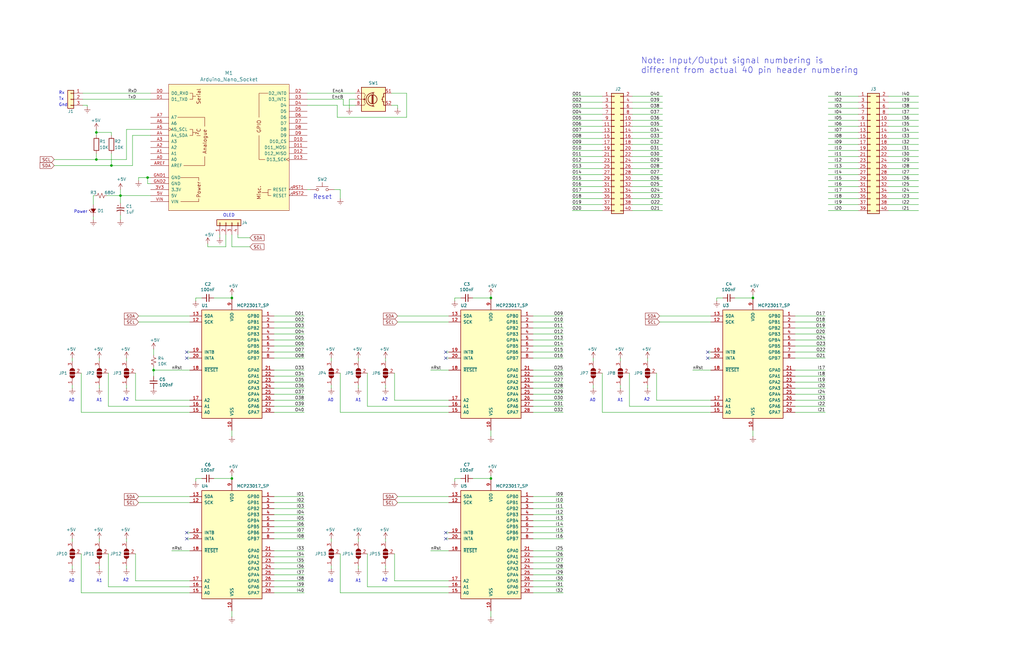
<source format=kicad_sch>
(kicad_sch (version 20231120) (generator "eeschema") (generator_version "8.0")
  (paper "B")
  (title_block (title "Nano-Mega Tester") (date "2024-08-31"))
  (junction (at 207.01 125.73))
  (junction (at 64.77 156.21))
  (junction (at 97.79 201.93))
  (junction (at 40.64 67.31))
  (junction (at 317.5 125.73))
  (junction (at 46.99 69.85))
  (junction (at 62.23 74.93))
  (junction (at 207.01 201.93))
  (junction (at 97.79 125.73))
  (junction (at 50.8 82.55))
  (junction (at 40.64 55.88))
  (no_connect (at 187.96 148.59))
  (no_connect (at 78.74 148.59))
  (no_connect (at 187.96 224.79))
  (no_connect (at 298.45 151.13))
  (no_connect (at 187.96 151.13))
  (no_connect (at 187.96 227.33))
  (no_connect (at 78.74 224.79))
  (no_connect (at 78.74 151.13))
  (no_connect (at 298.45 148.59))
  (no_connect (at 78.74 227.33))
  (wire (pts (xy 154.94 171.45) (xy 154.94 157.48)))
  (wire (pts (xy 335.28 166.37) (xy 347.98 166.37)))
  (wire (pts (xy 143.51 80.01) (xy 140.97 80.01)))
  (wire (pts (xy 187.96 151.13) (xy 189.23 151.13)))
  (wire (pts (xy 128.27 146.05) (xy 115.57 146.05)))
  (wire (pts (xy 237.49 146.05) (xy 224.79 146.05)))
  (wire (pts (xy 241.3 71.12) (xy 254 71.12)))
  (wire (pts (xy 97.79 125.73) (xy 97.79 124.46)))
  (wire (pts (xy 128.27 222.25) (xy 115.57 222.25)))
  (wire (pts (xy 115.57 166.37) (xy 128.27 166.37)))
  (wire (pts (xy 45.72 247.65) (xy 45.72 233.68)))
  (wire (pts (xy 266.7 86.36) (xy 279.4 86.36)))
  (wire (pts (xy 78.74 227.33) (xy 80.01 227.33)))
  (wire (pts (xy 85.09 201.93) (xy 82.55 201.93)))
  (wire (pts (xy 349.25 78.74) (xy 361.95 78.74)))
  (wire (pts (xy 278.13 133.35) (xy 299.72 133.35)))
  (wire (pts (xy 128.27 143.51) (xy 115.57 143.51)))
  (wire (pts (xy 45.72 171.45) (xy 45.72 157.48)))
  (wire (pts (xy 335.28 143.51) (xy 347.98 143.51)))
  (wire (pts (xy 335.28 151.13) (xy 347.98 151.13)))
  (wire (pts (xy 40.64 64.77) (xy 40.64 67.31)))
  (wire (pts (xy 349.25 58.42) (xy 361.95 58.42)))
  (wire (pts (xy 207.01 260.35) (xy 207.01 257.81)))
  (wire (pts (xy 187.96 224.79) (xy 189.23 224.79)))
  (wire (pts (xy 278.13 135.89) (xy 299.72 135.89)))
  (wire (pts (xy 46.99 57.15) (xy 46.99 55.88)))
  (wire (pts (xy 349.25 86.36) (xy 361.95 86.36)))
  (wire (pts (xy 50.8 90.805) (xy 50.8 92.71)))
  (wire (pts (xy 224.79 171.45) (xy 237.49 171.45)))
  (wire (pts (xy 349.25 88.9) (xy 361.95 88.9)))
  (wire (pts (xy 40.64 55.88) (xy 40.64 57.15)))
  (wire (pts (xy 347.98 133.35) (xy 335.28 133.35)))
  (wire (pts (xy 309.88 125.73) (xy 317.5 125.73)))
  (wire (pts (xy 224.79 163.83) (xy 237.49 163.83)))
  (wire (pts (xy 224.79 245.11) (xy 237.49 245.11)))
  (wire (pts (xy 241.3 60.96) (xy 254 60.96)))
  (wire (pts (xy 254 173.99) (xy 299.72 173.99)))
  (wire (pts (xy 194.31 201.93) (xy 191.77 201.93)))
  (wire (pts (xy 237.49 133.35) (xy 224.79 133.35)))
  (wire (pts (xy 347.98 161.29) (xy 335.28 161.29)))
  (wire (pts (xy 374.65 68.58) (xy 387.35 68.58)))
  (wire (pts (xy 53.34 227.33) (xy 53.34 228.6)))
  (wire (pts (xy 266.7 81.28) (xy 279.4 81.28)))
  (wire (pts (xy 72.39 232.41) (xy 80.01 232.41)))
  (wire (pts (xy 105.41 100.33) (xy 100.33 100.33)))
  (wire (pts (xy 374.65 83.82) (xy 387.35 83.82)))
  (wire (pts (xy 224.79 247.65) (xy 237.49 247.65)))
  (wire (pts (xy 78.74 151.13) (xy 80.01 151.13)))
  (wire (pts (xy 166.37 168.91) (xy 166.37 157.48)))
  (wire (pts (xy 241.3 45.72) (xy 254 45.72)))
  (wire (pts (xy 241.3 68.58) (xy 254 68.58)))
  (wire (pts (xy 181.61 156.21) (xy 189.23 156.21)))
  (wire (pts (xy 335.28 168.91) (xy 347.98 168.91)))
  (wire (pts (xy 64.77 149.86) (xy 64.77 147.32)))
  (wire (pts (xy 349.25 50.8) (xy 361.95 50.8)))
  (wire (pts (xy 128.27 227.33) (xy 115.57 227.33)))
  (wire (pts (xy 165.1 39.37) (xy 171.45 39.37)))
  (wire (pts (xy 58.42 212.09) (xy 80.01 212.09)))
  (wire (pts (xy 266.7 83.82) (xy 279.4 83.82)))
  (wire (pts (xy 115.57 161.29) (xy 128.27 161.29)))
  (wire (pts (xy 374.65 58.42) (xy 387.35 58.42)))
  (wire (pts (xy 374.65 73.66) (xy 387.35 73.66)))
  (wire (pts (xy 100.33 100.33) (xy 100.33 99.06)))
  (wire (pts (xy 97.79 260.35) (xy 97.79 257.81)))
  (wire (pts (xy 115.57 250.19) (xy 128.27 250.19)))
  (wire (pts (xy 128.27 148.59) (xy 115.57 148.59)))
  (wire (pts (xy 224.79 237.49) (xy 237.49 237.49)))
  (wire (pts (xy 224.79 242.57) (xy 237.49 242.57)))
  (wire (pts (xy 144.78 41.91) (xy 129.54 41.91)))
  (wire (pts (xy 181.61 232.41) (xy 189.23 232.41)))
  (wire (pts (xy 50.8 82.55) (xy 50.8 85.725)))
  (wire (pts (xy 64.77 156.21) (xy 64.77 158.75)))
  (wire (pts (xy 347.98 140.97) (xy 335.28 140.97)))
  (wire (pts (xy 40.64 54.61) (xy 40.64 55.88)))
  (wire (pts (xy 194.31 125.73) (xy 191.77 125.73)))
  (wire (pts (xy 78.74 224.79) (xy 80.01 224.79)))
  (wire (pts (xy 149.86 41.91) (xy 147.32 41.91)))
  (wire (pts (xy 335.28 173.99) (xy 347.98 173.99)))
  (wire (pts (xy 128.27 133.35) (xy 115.57 133.35)))
  (wire (pts (xy 167.64 135.89) (xy 189.23 135.89)))
  (wire (pts (xy 128.27 140.97) (xy 115.57 140.97)))
  (wire (pts (xy 237.49 212.09) (xy 224.79 212.09)))
  (wire (pts (xy 266.7 66.04) (xy 279.4 66.04)))
  (wire (pts (xy 374.65 81.28) (xy 387.35 81.28)))
  (wire (pts (xy 266.7 76.2) (xy 279.4 76.2)))
  (wire (pts (xy 349.25 83.82) (xy 361.95 83.82)))
  (wire (pts (xy 53.34 238.76) (xy 53.34 240.03)))
  (wire (pts (xy 237.49 219.71) (xy 224.79 219.71)))
  (wire (pts (xy 347.98 158.75) (xy 335.28 158.75)))
  (wire (pts (xy 128.27 151.13) (xy 115.57 151.13)))
  (wire (pts (xy 115.57 242.57) (xy 128.27 242.57)))
  (wire (pts (xy 162.56 151.13) (xy 162.56 152.4)))
  (wire (pts (xy 266.7 58.42) (xy 279.4 58.42)))
  (wire (pts (xy 261.62 151.13) (xy 261.62 152.4)))
  (wire (pts (xy 115.57 171.45) (xy 128.27 171.45)))
  (wire (pts (xy 97.79 104.14) (xy 97.79 99.06)))
  (wire (pts (xy 115.57 156.21) (xy 128.27 156.21)))
  (wire (pts (xy 55.88 57.15) (xy 63.5 57.15)))
  (wire (pts (xy 224.79 168.91) (xy 237.49 168.91)))
  (wire (pts (xy 266.7 88.9) (xy 279.4 88.9)))
  (wire (pts (xy 335.28 146.05) (xy 347.98 146.05)))
  (wire (pts (xy 241.3 55.88) (xy 254 55.88)))
  (wire (pts (xy 46.99 69.85) (xy 55.88 69.85)))
  (wire (pts (xy 57.15 245.11) (xy 80.01 245.11)))
  (wire (pts (xy 237.49 227.33) (xy 224.79 227.33)))
  (wire (pts (xy 143.51 80.01) (xy 143.51 83.82)))
  (wire (pts (xy 64.77 156.21) (xy 80.01 156.21)))
  (wire (pts (xy 292.1 156.21) (xy 299.72 156.21)))
  (wire (pts (xy 50.8 82.55) (xy 50.8 80.01)))
  (wire (pts (xy 266.7 48.26) (xy 279.4 48.26)))
  (wire (pts (xy 241.3 50.8) (xy 254 50.8)))
  (wire (pts (xy 63.5 82.55) (xy 50.8 82.55)))
  (wire (pts (xy 302.26 125.73) (xy 302.26 127)))
  (wire (pts (xy 250.19 151.13) (xy 250.19 152.4)))
  (wire (pts (xy 266.7 78.74) (xy 279.4 78.74)))
  (wire (pts (xy 34.29 250.19) (xy 80.01 250.19)))
  (wire (pts (xy 85.09 125.73) (xy 82.55 125.73)))
  (wire (pts (xy 39.37 92.71) (xy 39.37 91.44)))
  (wire (pts (xy 143.51 250.19) (xy 189.23 250.19)))
  (wire (pts (xy 128.27 138.43) (xy 115.57 138.43)))
  (wire (pts (xy 63.5 77.47) (xy 62.23 77.47)))
  (wire (pts (xy 162.56 238.76) (xy 162.56 240.03)))
  (wire (pts (xy 207.01 184.15) (xy 207.01 181.61)))
  (wire (pts (xy 276.86 168.91) (xy 276.86 157.48)))
  (wire (pts (xy 40.64 67.31) (xy 53.34 67.31)))
  (wire (pts (xy 347.98 138.43) (xy 335.28 138.43)))
  (wire (pts (xy 62.23 77.47) (xy 62.23 74.93)))
  (wire (pts (xy 224.79 158.75) (xy 237.49 158.75)))
  (wire (pts (xy 349.25 81.28) (xy 361.95 81.28)))
  (wire (pts (xy 46.99 64.77) (xy 46.99 69.85)))
  (wire (pts (xy 154.94 247.65) (xy 189.23 247.65)))
  (wire (pts (xy 187.96 148.59) (xy 189.23 148.59)))
  (wire (pts (xy 241.3 40.64) (xy 254 40.64)))
  (wire (pts (xy 298.45 151.13) (xy 299.72 151.13)))
  (wire (pts (xy 266.7 68.58) (xy 279.4 68.58)))
  (wire (pts (xy 224.79 161.29) (xy 237.49 161.29)))
  (wire (pts (xy 129.54 44.45) (xy 142.24 44.45)))
  (wire (pts (xy 34.29 233.68) (xy 34.29 250.19)))
  (wire (pts (xy 266.7 55.88) (xy 279.4 55.88)))
  (wire (pts (xy 266.7 45.72) (xy 279.4 45.72)))
  (wire (pts (xy 347.98 163.83) (xy 335.28 163.83)))
  (wire (pts (xy 129.54 80.01) (xy 130.81 80.01)))
  (wire (pts (xy 115.57 158.75) (xy 128.27 158.75)))
  (wire (pts (xy 224.79 234.95) (xy 237.49 234.95)))
  (wire (pts (xy 191.77 125.73) (xy 191.77 127)))
  (wire (pts (xy 34.925 41.91) (xy 63.5 41.91)))
  (wire (pts (xy 167.64 133.35) (xy 189.23 133.35)))
  (wire (pts (xy 151.13 238.76) (xy 151.13 240.03)))
  (wire (pts (xy 335.28 148.59) (xy 347.98 148.59)))
  (wire (pts (xy 266.7 50.8) (xy 279.4 50.8)))
  (wire (pts (xy 97.79 184.15) (xy 97.79 181.61)))
  (wire (pts (xy 22.86 67.31) (xy 40.64 67.31)))
  (wire (pts (xy 143.51 173.99) (xy 189.23 173.99)))
  (wire (pts (xy 30.48 227.33) (xy 30.48 228.6)))
  (wire (pts (xy 224.79 156.21) (xy 237.49 156.21)))
  (wire (pts (xy 58.42 133.35) (xy 80.01 133.35)))
  (wire (pts (xy 374.65 63.5) (xy 387.35 63.5)))
  (wire (pts (xy 57.15 245.11) (xy 57.15 233.68)))
  (wire (pts (xy 374.65 76.2) (xy 387.35 76.2)))
  (wire (pts (xy 90.17 125.73) (xy 97.79 125.73)))
  (wire (pts (xy 166.37 245.11) (xy 189.23 245.11)))
  (wire (pts (xy 349.25 76.2) (xy 361.95 76.2)))
  (wire (pts (xy 64.77 154.94) (xy 64.77 156.21)))
  (wire (pts (xy 115.57 163.83) (xy 128.27 163.83)))
  (wire (pts (xy 241.3 81.28) (xy 254 81.28)))
  (wire (pts (xy 34.925 44.45) (xy 36.83 44.45)))
  (wire (pts (xy 115.57 168.91) (xy 128.27 168.91)))
  (wire (pts (xy 128.27 209.55) (xy 115.57 209.55)))
  (wire (pts (xy 347.98 156.21) (xy 335.28 156.21)))
  (wire (pts (xy 199.39 125.73) (xy 207.01 125.73)))
  (wire (pts (xy 224.79 232.41) (xy 237.49 232.41)))
  (wire (pts (xy 191.77 201.93) (xy 191.77 203.2)))
  (wire (pts (xy 266.7 73.66) (xy 279.4 73.66)))
  (wire (pts (xy 167.64 44.45) (xy 167.64 45.72)))
  (wire (pts (xy 149.86 39.37) (xy 129.54 39.37)))
  (wire (pts (xy 139.7 227.33) (xy 139.7 228.6)))
  (wire (pts (xy 266.7 40.64) (xy 279.4 40.64)))
  (wire (pts (xy 40.64 55.88) (xy 46.99 55.88)))
  (wire (pts (xy 57.15 168.91) (xy 80.01 168.91)))
  (wire (pts (xy 53.34 162.56) (xy 53.34 163.83)))
  (wire (pts (xy 167.64 212.09) (xy 189.23 212.09)))
  (wire (pts (xy 349.25 68.58) (xy 361.95 68.58)))
  (wire (pts (xy 115.57 234.95) (xy 128.27 234.95)))
  (wire (pts (xy 276.86 168.91) (xy 299.72 168.91)))
  (wire (pts (xy 224.79 250.19) (xy 237.49 250.19)))
  (wire (pts (xy 237.49 140.97) (xy 224.79 140.97)))
  (wire (pts (xy 162.56 227.33) (xy 162.56 228.6)))
  (wire (pts (xy 374.65 50.8) (xy 387.35 50.8)))
  (wire (pts (xy 374.65 40.64) (xy 387.35 40.64)))
  (wire (pts (xy 349.25 71.12) (xy 361.95 71.12)))
  (wire (pts (xy 187.96 227.33) (xy 189.23 227.33)))
  (wire (pts (xy 273.05 151.13) (xy 273.05 152.4)))
  (wire (pts (xy 261.62 162.56) (xy 261.62 163.83)))
  (wire (pts (xy 95.25 104.14) (xy 95.25 99.06)))
  (wire (pts (xy 207.01 125.73) (xy 207.01 124.46)))
  (wire (pts (xy 58.42 76.2) (xy 58.42 74.93)))
  (wire (pts (xy 97.79 201.93) (xy 97.79 200.66)))
  (wire (pts (xy 30.48 151.13) (xy 30.48 152.4)))
  (wire (pts (xy 237.49 222.25) (xy 224.79 222.25)))
  (wire (pts (xy 241.3 63.5) (xy 254 63.5)))
  (wire (pts (xy 265.43 171.45) (xy 299.72 171.45)))
  (wire (pts (xy 53.34 151.13) (xy 53.34 152.4)))
  (wire (pts (xy 237.49 224.79) (xy 224.79 224.79)))
  (wire (pts (xy 41.91 151.13) (xy 41.91 152.4)))
  (wire (pts (xy 207.01 201.93) (xy 207.01 200.66)))
  (wire (pts (xy 374.65 60.96) (xy 387.35 60.96)))
  (wire (pts (xy 115.57 232.41) (xy 128.27 232.41)))
  (wire (pts (xy 241.3 76.2) (xy 254 76.2)))
  (wire (pts (xy 55.88 69.85) (xy 55.88 57.15)))
  (wire (pts (xy 30.48 238.76) (xy 30.48 240.03)))
  (wire (pts (xy 115.57 247.65) (xy 128.27 247.65)))
  (wire (pts (xy 139.7 151.13) (xy 139.7 152.4)))
  (wire (pts (xy 171.45 49.53) (xy 171.45 39.37)))
  (wire (pts (xy 82.55 125.73) (xy 82.55 127)))
  (wire (pts (xy 36.83 44.45) (xy 36.83 45.085)))
  (wire (pts (xy 374.65 55.88) (xy 387.35 55.88)))
  (wire (pts (xy 237.49 214.63) (xy 224.79 214.63)))
  (wire (pts (xy 128.27 224.79) (xy 115.57 224.79)))
  (wire (pts (xy 241.3 88.9) (xy 254 88.9)))
  (wire (pts (xy 58.42 74.93) (xy 62.23 74.93)))
  (wire (pts (xy 57.15 168.91) (xy 57.15 157.48)))
  (wire (pts (xy 374.65 43.18) (xy 387.35 43.18)))
  (wire (pts (xy 349.25 55.88) (xy 361.95 55.88)))
  (wire (pts (xy 128.27 219.71) (xy 115.57 219.71)))
  (wire (pts (xy 374.65 66.04) (xy 387.35 66.04)))
  (wire (pts (xy 22.86 69.85) (xy 46.99 69.85)))
  (wire (pts (xy 349.25 60.96) (xy 361.95 60.96)))
  (wire (pts (xy 62.23 74.93) (xy 63.5 74.93)))
  (wire (pts (xy 241.3 83.82) (xy 254 83.82)))
  (wire (pts (xy 265.43 171.45) (xy 265.43 157.48)))
  (wire (pts (xy 304.8 125.73) (xy 302.26 125.73)))
  (wire (pts (xy 30.48 162.56) (xy 30.48 163.83)))
  (wire (pts (xy 115.57 237.49) (xy 128.27 237.49)))
  (wire (pts (xy 266.7 71.12) (xy 279.4 71.12)))
  (wire (pts (xy 58.42 209.55) (xy 80.01 209.55)))
  (wire (pts (xy 349.25 40.64) (xy 361.95 40.64)))
  (wire (pts (xy 151.13 151.13) (xy 151.13 152.4)))
  (wire (pts (xy 53.34 54.61) (xy 53.34 67.31)))
  (wire (pts (xy 374.65 78.74) (xy 387.35 78.74)))
  (wire (pts (xy 128.27 212.09) (xy 115.57 212.09)))
  (wire (pts (xy 349.25 48.26) (xy 361.95 48.26)))
  (wire (pts (xy 317.5 125.73) (xy 317.5 124.46)))
  (wire (pts (xy 34.29 157.48) (xy 34.29 173.99)))
  (wire (pts (xy 151.13 162.56) (xy 151.13 163.83)))
  (wire (pts (xy 199.39 201.93) (xy 207.01 201.93)))
  (wire (pts (xy 347.98 135.89) (xy 335.28 135.89)))
  (wire (pts (xy 273.05 162.56) (xy 273.05 163.83)))
  (wire (pts (xy 374.65 86.36) (xy 387.35 86.36)))
  (wire (pts (xy 241.3 48.26) (xy 254 48.26)))
  (wire (pts (xy 349.25 43.18) (xy 361.95 43.18)))
  (wire (pts (xy 34.29 173.99) (xy 80.01 173.99)))
  (wire (pts (xy 241.3 78.74) (xy 254 78.74)))
  (wire (pts (xy 162.56 162.56) (xy 162.56 163.83)))
  (wire (pts (xy 115.57 245.11) (xy 128.27 245.11)))
  (wire (pts (xy 147.32 41.91) (xy 147.32 45.72)))
  (wire (pts (xy 266.7 43.18) (xy 279.4 43.18)))
  (wire (pts (xy 139.7 238.76) (xy 139.7 240.03)))
  (wire (pts (xy 165.1 44.45) (xy 167.64 44.45)))
  (wire (pts (xy 317.5 184.15) (xy 317.5 181.61)))
  (wire (pts (xy 90.17 201.93) (xy 97.79 201.93)))
  (wire (pts (xy 63.5 54.61) (xy 53.34 54.61)))
  (wire (pts (xy 167.64 209.55) (xy 189.23 209.55)))
  (wire (pts (xy 128.27 217.17) (xy 115.57 217.17)))
  (wire (pts (xy 224.79 240.03) (xy 237.49 240.03)))
  (wire (pts (xy 87.63 104.14) (xy 95.25 104.14)))
  (wire (pts (xy 237.49 151.13) (xy 224.79 151.13)))
  (wire (pts (xy 39.37 82.55) (xy 40.005 82.55)))
  (wire (pts (xy 143.51 157.48) (xy 143.51 173.99)))
  (wire (pts (xy 374.65 53.34) (xy 387.35 53.34)))
  (wire (pts (xy 335.28 171.45) (xy 347.98 171.45)))
  (wire (pts (xy 143.51 233.68) (xy 143.51 250.19)))
  (wire (pts (xy 237.49 135.89) (xy 224.79 135.89)))
  (wire (pts (xy 349.25 66.04) (xy 361.95 66.04)))
  (wire (pts (xy 237.49 217.17) (xy 224.79 217.17)))
  (wire (pts (xy 45.72 171.45) (xy 80.01 171.45)))
  (wire (pts (xy 142.24 49.53) (xy 171.45 49.53)))
  (wire (pts (xy 349.25 45.72) (xy 361.95 45.72)))
  (wire (pts (xy 34.925 39.37) (xy 63.5 39.37)))
  (wire (pts (xy 237.49 209.55) (xy 224.79 209.55)))
  (wire (pts (xy 349.25 63.5) (xy 361.95 63.5)))
  (wire (pts (xy 266.7 60.96) (xy 279.4 60.96)))
  (wire (pts (xy 142.24 44.45) (xy 142.24 49.53)))
  (wire (pts (xy 41.91 162.56) (xy 41.91 163.83)))
  (wire (pts (xy 41.91 238.76) (xy 41.91 240.03)))
  (wire (pts (xy 128.27 135.89) (xy 115.57 135.89)))
  (wire (pts (xy 241.3 58.42) (xy 254 58.42)))
  (wire (pts (xy 128.27 214.63) (xy 115.57 214.63)))
  (wire (pts (xy 115.57 173.99) (xy 128.27 173.99)))
  (wire (pts (xy 254 157.48) (xy 254 173.99)))
  (wire (pts (xy 58.42 135.89) (xy 80.01 135.89)))
  (wire (pts (xy 374.65 88.9) (xy 387.35 88.9)))
  (wire (pts (xy 237.49 138.43) (xy 224.79 138.43)))
  (wire (pts (xy 139.7 162.56) (xy 139.7 163.83)))
  (wire (pts (xy 151.13 227.33) (xy 151.13 228.6)))
  (wire (pts (xy 115.57 240.03) (xy 128.27 240.03)))
  (wire (pts (xy 105.41 104.14) (xy 97.79 104.14)))
  (wire (pts (xy 92.71 99.06) (xy 92.71 100.33)))
  (wire (pts (xy 374.65 45.72) (xy 387.35 45.72)))
  (wire (pts (xy 154.94 171.45) (xy 189.23 171.45)))
  (wire (pts (xy 87.63 102.87) (xy 87.63 104.14)))
  (wire (pts (xy 237.49 143.51) (xy 224.79 143.51)))
  (wire (pts (xy 45.085 82.55) (xy 50.8 82.55)))
  (wire (pts (xy 266.7 53.34) (xy 279.4 53.34)))
  (wire (pts (xy 224.79 173.99) (xy 237.49 173.99)))
  (wire (pts (xy 349.25 53.34) (xy 361.95 53.34)))
  (wire (pts (xy 298.45 148.59) (xy 299.72 148.59)))
  (wire (pts (xy 250.19 162.56) (xy 250.19 163.83)))
  (wire (pts (xy 78.74 148.59) (xy 80.01 148.59)))
  (wire (pts (xy 241.3 86.36) (xy 254 86.36)))
  (wire (pts (xy 374.65 48.26) (xy 387.35 48.26)))
  (wire (pts (xy 149.86 44.45) (xy 144.78 44.45)))
  (wire (pts (xy 266.7 63.5) (xy 279.4 63.5)))
  (wire (pts (xy 237.49 148.59) (xy 224.79 148.59)))
  (wire (pts (xy 39.37 86.36) (xy 39.37 82.55)))
  (wire (pts (xy 45.72 247.65) (xy 80.01 247.65)))
  (wire (pts (xy 374.65 71.12) (xy 387.35 71.12)))
  (wire (pts (xy 82.55 201.93) (xy 82.55 203.2)))
  (wire (pts (xy 224.79 166.37) (xy 237.49 166.37)))
  (wire (pts (xy 154.94 247.65) (xy 154.94 233.68)))
  (wire (pts (xy 241.3 43.18) (xy 254 43.18)))
  (wire (pts (xy 241.3 53.34) (xy 254 53.34)))
  (wire (pts (xy 241.3 66.04) (xy 254 66.04)))
  (wire (pts (xy 241.3 73.66) (xy 254 73.66)))
  (wire (pts (xy 144.78 44.45) (xy 144.78 41.91)))
  (wire (pts (xy 166.37 245.11) (xy 166.37 233.68)))
  (wire (pts (xy 166.37 168.91) (xy 189.23 168.91)))
  (wire (pts (xy 41.91 227.33) (xy 41.91 228.6)))
  (wire (pts (xy 349.25 73.66) (xy 361.95 73.66)))
  (text "OLED" (at 96.52 91.694 0) (effects (font (size 1.27 1.27)) (justify bottom)))
  (text "A1" (at 151.13 245.872 0) (effects (font (size 1.27 1.27)) (justify bottom)))
  (text "A2" (at 162.306 245.618 0) (effects (font (size 1.27 1.27)) (justify bottom)))
  (text "Rx" (at 24.765 40.005 0) (effects (font (size 1.27 1.27)) (justify left bottom)))
  (text "A1" (at 41.91 169.672 0) (effects (font (size 1.27 1.27)) (justify bottom)))
  (text "A2" (at 53.086 245.618 0) (effects (font (size 1.27 1.27)) (justify bottom)))
  (text "A2" (at 162.306 169.418 0) (effects (font (size 1.27 1.27)) (justify bottom)))
  (text "A2" (at 272.796 169.418 0) (effects (font (size 1.27 1.27)) (justify bottom)))
  (text "A0" (at 30.226 245.872 0) (effects (font (size 1.27 1.27)) (justify bottom)))
  (text "A0" (at 249.936 169.672 0) (effects (font (size 1.27 1.27)) (justify bottom)))
  (text "A2" (at 53.086 169.418 0) (effects (font (size 1.27 1.27)) (justify bottom)))
  (text "A1" (at 151.13 169.672 0) (effects (font (size 1.27 1.27)) (justify bottom)))
  (text "A0" (at 139.446 245.872 0) (effects (font (size 1.27 1.27)) (justify bottom)))
  (text "A0" (at 139.446 169.672 0) (effects (font (size 1.27 1.27)) (justify bottom)))
  (text "Tx" (at 24.765 42.545 0) (effects (font (size 1.27 1.27)) (justify left bottom)))
  (text "Reset" (at 139.954 84.328 0) (effects (font (size 1.905 1.905)) (justify right bottom)))
  (text "A1" (at 261.62 169.672 0) (effects (font (size 1.27 1.27)) (justify bottom)))
  (text "Power" (at 31.115 90.17 0) (effects (font (size 1.27 1.27)) (justify left bottom)))
  (text "A0" (at 30.226 169.672 0) (effects (font (size 1.27 1.27)) (justify bottom)))
  (text "Note: Input/Output signal numbering is\ndifferent from actual 40 pin header numbering" (at 270.256 31.242 0) (effects (font (size 2.54 2.54)) (justify left bottom)))
  (text "A1" (at 41.91 245.872 0) (effects (font (size 1.27 1.27)) (justify bottom)))
  (text "Gnd" (at 24.765 45.085 0) (effects (font (size 1.27 1.27)) (justify left bottom)))
  (label "I18" (at 351.79 83.82 0))
  (label "O28" (at 278.13 71.12 180))
  (label "I19" (at 347.98 161.29 180))
  (label "O13" (at 237.49 143.51 180))
  (label "O19" (at 241.3 86.36 0))
  (label "I35" (at 128.27 237.49 180))
  (label "O23" (at 344.17 146.05 0))
  (label "O11" (at 241.3 66.04 0))
  (label "I17" (at 351.79 81.28 0))
  (label "O22" (at 274.32 86.36 0))
  (label "I17" (at 347.98 156.21 180))
  (label "O31" (at 237.49 171.45 180))
  (label "I26" (at 237.49 234.95 180))
  (label "O13" (at 241.3 71.12 0))
  (label "O21" (at 344.17 151.13 0))
  (label "I01" (at 351.79 40.64 0))
  (label "I39" (at 383.54 43.18 180))
  (label "I31" (at 237.49 247.65 180))
  (label "O25" (at 237.49 156.21 180))
  (label "O35" (at 278.13 53.34 180))
  (label "O10" (at 237.49 135.89 180))
  (label "O30" (at 278.13 66.04 180))
  (label "I15" (at 237.49 224.79 180))
  (label "O39" (at 128.27 171.45 180))
  (label "O06" (at 241.3 53.34 0))
  (label "I25" (at 383.54 78.74 180))
  (label "I09" (at 351.79 60.96 0))
  (label "O39" (at 278.13 43.18 180))
  (label "O18" (at 347.98 135.89 180))
  (label "I24" (at 383.54 81.28 180))
  (label "O02" (at 241.3 43.18 0))
  (label "I09" (at 237.49 209.55 180))
  (label "I39" (at 128.27 247.65 180))
  (label "I30" (at 383.54 66.04 180))
  (label "O16" (at 237.49 151.13 180))
  (label "O15" (at 241.3 76.2 0))
  (label "O34" (at 278.13 55.88 180))
  (label "I06" (at 128.27 222.25 180))
  (label "I13" (at 237.49 219.71 180))
  (label "I31" (at 383.54 63.5 180))
  (label "O07" (at 128.27 148.59 180))
  (label "O26" (at 278.13 76.2 180))
  (label "I30" (at 237.49 245.11 180))
  (label "I20" (at 351.79 88.9 0))
  (label "O30" (at 237.49 168.91 180))
  (label "O14" (at 237.49 146.05 180))
  (label "I08" (at 128.27 227.33 180))
  (label "O33" (at 128.27 156.21 180))
  (label "I29" (at 237.49 242.57 180))
  (label "I29" (at 383.54 68.58 180))
  (label "O01" (at 241.3 40.64 0))
  (label "I10" (at 237.49 212.09 180))
  (label "I26" (at 383.54 76.2 180))
  (label "O18" (at 241.3 83.82 0))
  (label "EncB" (at 144.78 41.91 180))
  (label "O07" (at 241.3 55.88 0))
  (label "I14" (at 351.79 73.66 0))
  (label "O24" (at 344.17 143.51 0))
  (label "I03" (at 351.79 45.72 0))
  (label "I35" (at 383.54 53.34 180))
  (label "O14" (at 241.3 73.66 0))
  (label "I22" (at 347.98 171.45 180))
  (label "I40" (at 383.54 40.64 180))
  (label "O27" (at 237.49 161.29 180))
  (label "O20" (at 241.3 88.9 0))
  (label "O10" (at 241.3 63.5 0))
  (label "I38" (at 383.54 45.72 180))
  (label "I34" (at 128.27 234.95 180))
  (label "O38" (at 278.13 45.72 180))
  (label "O23" (at 274.32 83.82 0))
  (label "O04" (at 128.27 140.97 180))
  (label "I01" (at 128.27 209.55 180))
  (label "I07" (at 128.27 224.79 180))
  (label "I28" (at 383.54 71.12 180))
  (label "I05" (at 351.79 50.8 0))
  (label "I33" (at 128.27 232.41 180))
  (label "I11" (at 351.79 66.04 0))
  (label "O02" (at 128.27 135.89 180))
  (label "I05" (at 128.27 219.71 180))
  (label "I32" (at 237.49 250.19 180))
  (label "O11" (at 237.49 138.43 180))
  (label "O32" (at 278.13 60.96 180))
  (label "I37" (at 383.54 48.26 180))
  (label "I22" (at 383.54 86.36 180))
  (label "O29" (at 237.49 166.37 180))
  (label "O40" (at 278.13 40.64 180))
  (label "O15" (at 237.49 148.59 180))
  (label "I08" (at 351.79 58.42 0))
  (label "O40" (at 128.27 173.99 180))
  (label "I12" (at 237.49 217.17 180))
  (label "O09" (at 237.49 133.35 180))
  (label "O24" (at 274.32 81.28 0))
  (label "O17" (at 241.3 81.28 0))
  (label "I38" (at 128.27 245.11 180))
  (label "O05" (at 241.3 50.8 0))
  (label "nRst" (at 292.1 156.21 0))
  (label "I04" (at 351.79 48.26 0))
  (label "I32" (at 383.54 60.96 180))
  (label "O21" (at 274.32 88.9 0))
  (label "O09" (at 241.3 60.96 0))
  (label "O04" (at 241.3 48.26 0))
  (label "O20" (at 347.98 140.97 180))
  (label "I36" (at 383.54 50.8 180))
  (label "I07" (at 351.79 55.88 0))
  (label "I11" (at 237.49 214.63 180))
  (label "O33" (at 278.13 58.42 180))
  (label "O12" (at 237.49 140.97 180))
  (label "I20" (at 347.98 163.83 180))
  (label "RxD" (at 53.975 39.37 0))
  (label "EncA" (at 144.78 39.37 180))
  (label "I14" (at 237.49 222.25 180))
  (label "I06" (at 351.79 53.34 0))
  (label "I36" (at 128.27 240.03 180))
  (label "I40" (at 128.27 250.19 180))
  (label "I16" (at 237.49 227.33 180))
  (label "O31" (at 278.13 63.5 180))
  (label "O37" (at 128.27 166.37 180))
  (label "O29" (at 278.13 68.58 180))
  (label "I16" (at 351.79 78.74 0))
  (label "O36" (at 128.27 163.83 180))
  (label "I04" (at 128.27 217.17 180))
  (label "O22" (at 344.17 148.59 0))
  (label "I15" (at 351.79 76.2 0))
  (label "O36" (at 278.13 50.8 180))
  (label "O34" (at 128.27 158.75 180))
  (label "O08" (at 128.27 151.13 180))
  (label "O26" (at 237.49 158.75 180))
  (label "O17" (at 347.98 133.35 180))
  (label "O05" (at 128.27 143.51 180))
  (label "I24" (at 347.98 166.37 180))
  (label "O25" (at 278.13 78.74 180))
  (label "I23" (at 347.98 168.91 180))
  (label "nRst" (at 72.39 156.21 0))
  (label "O27" (at 278.13 73.66 180))
  (label "O08" (at 241.3 58.42 0))
  (label "O38" (at 128.27 168.91 180))
  (label "I34" (at 383.54 55.88 180))
  (label "nRst" (at 181.61 232.41 0))
  (label "I27" (at 237.49 237.49 180))
  (label "I18" (at 347.98 158.75 180))
  (label "O12" (at 241.3 68.58 0))
  (label "O03" (at 128.27 138.43 180))
  (label "O16" (at 241.3 78.74 0))
  (label "O37" (at 278.13 48.26 180))
  (label "TxD" (at 53.975 41.91 0))
  (label "I02" (at 351.79 43.18 0))
  (label "I28" (at 237.49 240.03 180))
  (label "O01" (at 128.27 133.35 180))
  (label "I10" (at 351.79 63.5 0))
  (label "I25" (at 237.49 232.41 180))
  (label "I02" (at 128.27 212.09 180))
  (label "I23" (at 383.54 83.82 180))
  (label "I37" (at 128.27 242.57 180))
  (label "I27" (at 383.54 73.66 180))
  (label "O32" (at 237.49 173.99 180))
  (label "I33" (at 383.54 58.42 180))
  (label "O35" (at 128.27 161.29 180))
  (label "I03" (at 128.27 214.63 180))
  (label "O28" (at 237.49 163.83 180))
  (label "O19" (at 347.98 138.43 180))
  (label "nRst" (at 72.39 232.41 0))
  (label "O03" (at 241.3 45.72 0))
  (label "I12" (at 351.79 68.58 0))
  (label "O06" (at 128.27 146.05 180))
  (label "nRst" (at 181.61 156.21 0))
  (label "I21" (at 383.54 88.9 180))
  (label "I19" (at 351.79 86.36 0))
  (label "I21" (at 347.98 173.99 180))
  (label "I13" (at 351.79 71.12 0))
  (global_label "SDA" (shape input) (at 278.13 133.35 180) (property "Intersheetrefs" "${INTERSHEET_REFS}" (effects (hide yes))))
  (global_label "SCL" (shape input) (at 167.64 135.89 180) (property "Intersheetrefs" "${INTERSHEET_REFS}" (effects (hide yes))))
  (global_label "SCL" (shape input) (at 58.42 212.09 180) (property "Intersheetrefs" "${INTERSHEET_REFS}" (effects (hide yes))))
  (global_label "SDA" (shape input) (at 58.42 133.35 180) (property "Intersheetrefs" "${INTERSHEET_REFS}" (effects (hide yes))))
  (global_label "SDA" (shape input) (at 22.86 69.85 180) (property "Intersheetrefs" "${INTERSHEET_REFS}" (effects (hide yes))))
  (global_label "SCL" (shape input) (at 105.41 104.14 0) (property "Intersheetrefs" "${INTERSHEET_REFS}" (effects (hide yes))))
  (global_label "SCL" (shape input) (at 278.13 135.89 180) (property "Intersheetrefs" "${INTERSHEET_REFS}" (effects (hide yes))))
  (global_label "SDA" (shape input) (at 58.42 209.55 180) (property "Intersheetrefs" "${INTERSHEET_REFS}" (effects (hide yes))))
  (global_label "SDA" (shape input) (at 167.64 209.55 180) (property "Intersheetrefs" "${INTERSHEET_REFS}" (effects (hide yes))))
  (global_label "SCL" (shape input) (at 22.86 67.31 180) (property "Intersheetrefs" "${INTERSHEET_REFS}" (effects (hide yes))))
  (global_label "SDA" (shape input) (at 105.41 100.33 0) (property "Intersheetrefs" "${INTERSHEET_REFS}" (effects (hide yes))))
  (global_label "SCL" (shape input) (at 167.64 212.09 180) (property "Intersheetrefs" "${INTERSHEET_REFS}" (effects (hide yes))))
  (global_label "SDA" (shape input) (at 167.64 133.35 180) (property "Intersheetrefs" "${INTERSHEET_REFS}" (effects (hide yes))))
  (global_label "SCL" (shape input) (at 58.42 135.89 180) (property "Intersheetrefs" "${INTERSHEET_REFS}" (effects (hide yes))))
  (symbol (lib_id "Connector_Generic:Conn_02x20_Odd_Even") (at 259.08 63.5 0) (unit 1)
    (property "Reference" "J2" (at 260.604 37.592 0))
    (property "Value" "Conn_02x20_Odd_Even" (effects (hide yes)))
    (property "Footprint" "Connector_PinHeader_2.54mm:PinHeader_2x20_P2.54mm_Vertical" (effects (hide yes)))
    (property "Description" "Generic connector, double row, 02x20, odd/even pin numbering scheme (row 1 odd numbers, row 2 even numbers), script generated (kicad-library-utils/schlib/autogen/connector/)" (effects (hide yes)))
  )
  (symbol (lib_id "Jumper:SolderJumper_3_Open") (at 53.34 233.68 90) (unit 1)
    (property "Reference" "JP12" (at 51.308 233.6799 90) (effects (justify left)))
    (property "Value" "SolderJumper_3_Open" (effects (hide yes)))
    (property "Footprint" "Jumper:SolderJumper-3_P1.3mm_Open_RoundedPad1.0x1.5mm_NumberLabels" (effects (hide yes)))
    (property "Description" "Solder Jumper, 3-pole, open" (effects (hide yes)))
  )
  (symbol (lib_id "power:GNDREF") (at 97.79 184.15 0) (mirror y) (unit 1)
    (property "Reference" "#PWR040" (effects (hide yes)))
    (property "Value" "GNDREF" (effects (hide yes)))
  )
  (symbol (lib_id "AY-3-8910-rescue:GNDREF-power") (at 36.83 45.085 0) (unit 1)
    (property "Reference" "#PWR03" (effects (hide yes)))
    (property "Value" "GNDREF" (effects (hide yes)))
  )
  (symbol (lib_id "power:+5V") (at 97.79 200.66 0) (mirror y) (unit 1)
    (property "Reference" "#PWR043" (effects (hide yes)))
    (property "Value" "+5V" (at 98.298 196.85 0))
    (property "Description" "Power symbol creates a global label with name \"+5V\"" (effects (hide yes)))
  )
  (symbol (lib_id "power:GNDREF") (at 273.05 163.83 0) (mirror y) (unit 1)
    (property "Reference" "#PWR039" (effects (hide yes)))
    (property "Value" "GNDREF" (effects (hide yes)))
    (property "Description" "Power symbol creates a global label with name \"GNDREF\" , reference supply ground" (effects (hide yes)))
  )
  (symbol (lib_id "arduino:Arduino_Nano_Socket") (at 96.52 62.23 0) (unit 1)
    (property "Reference" "M1" (at 96.52 30.8102 0) (effects (font (size 1.524 1.524))))
    (property "Value" "Arduino_Nano_Socket" (at 96.52 33.5026 0) (effects (font (size 1.524 1.524))))
    (property "Footprint" "footprints:Arduino_Nano_Socket" (effects (hide yes)))
    (property "Datasheet" "https://store.arduino.cc/arduino-nano" (effects (hide yes)))
  )
  (symbol (lib_id "power:+5V") (at 40.64 54.61 0) (unit 1)
    (property "Reference" "#PWR06" (effects (hide yes)))
    (property "Value" "+5V" (at 40.386 50.8 0))
    (property "Description" "Power symbol creates a global label with name \"+5V\"" (effects (hide yes)))
  )
  (symbol (lib_id "power:GNDREF") (at 261.62 163.83 0) (mirror y) (unit 1)
    (property "Reference" "#PWR038" (effects (hide yes)))
    (property "Value" "GNDREF" (effects (hide yes)))
    (property "Description" "Power symbol creates a global label with name \"GNDREF\" , reference supply ground" (effects (hide yes)))
  )
  (symbol (lib_id "Jumper:SolderJumper_3_Open") (at 273.05 157.48 90) (unit 1)
    (property "Reference" "JP9" (at 271.018 157.4799 90) (effects (justify left)))
    (property "Value" "SolderJumper_3_Open" (effects (hide yes)))
    (property "Footprint" "Jumper:SolderJumper-3_P1.3mm_Open_RoundedPad1.0x1.5mm_NumberLabels" (effects (hide yes)))
    (property "Description" "Solder Jumper, 3-pole, open" (effects (hide yes)))
  )
  (symbol (lib_id "power:GNDREF") (at 41.91 240.03 0) (mirror y) (unit 1)
    (property "Reference" "#PWR054" (effects (hide yes)))
    (property "Value" "GNDREF" (effects (hide yes)))
    (property "Description" "Power symbol creates a global label with name \"GNDREF\" , reference supply ground" (effects (hide yes)))
  )
  (symbol (lib_id "power:+5V") (at 207.01 124.46 0) (mirror y) (unit 1)
    (property "Reference" "#PWR015" (effects (hide yes)))
    (property "Value" "+5V" (at 207.518 120.65 0))
    (property "Description" "Power symbol creates a global label with name \"+5V\"" (effects (hide yes)))
  )
  (symbol (lib_id "power:GNDREF") (at 53.34 240.03 0) (mirror y) (unit 1)
    (property "Reference" "#PWR055" (effects (hide yes)))
    (property "Value" "GNDREF" (effects (hide yes)))
    (property "Description" "Power symbol creates a global label with name \"GNDREF\" , reference supply ground" (effects (hide yes)))
  )
  (symbol (lib_id "Device:C_Small") (at 87.63 125.73 270) (unit 1)
    (property "Reference" "C2" (at 87.63 119.9134 90))
    (property "Value" "100nF" (at 87.63 122.2248 90))
    (property "Footprint" "Capacitor_THT:C_Disc_D3.8mm_W2.6mm_P2.50mm" (effects (hide yes)))
  )
  (symbol (lib_id "power:GNDREF") (at 151.13 163.83 0) (mirror y) (unit 1)
    (property "Reference" "#PWR035" (effects (hide yes)))
    (property "Value" "GNDREF" (effects (hide yes)))
    (property "Description" "Power symbol creates a global label with name \"GNDREF\" , reference supply ground" (effects (hide yes)))
  )
  (symbol (lib_id "power:GNDREF") (at 30.48 163.83 0) (mirror y) (unit 1)
    (property "Reference" "#PWR030" (effects (hide yes)))
    (property "Value" "GNDREF" (effects (hide yes)))
    (property "Description" "Power symbol creates a global label with name \"GNDREF\" , reference supply ground" (effects (hide yes)))
  )
  (symbol (lib_id "Jumper:SolderJumper_3_Open") (at 139.7 233.68 90) (unit 1)
    (property "Reference" "JP13" (at 137.668 233.6799 90) (effects (justify left)))
    (property "Value" "SolderJumper_3_Open" (effects (hide yes)))
    (property "Footprint" "Jumper:SolderJumper-3_P1.3mm_Open_RoundedPad1.0x1.5mm_NumberLabels" (effects (hide yes)))
    (property "Description" "Solder Jumper, 3-pole, open" (effects (hide yes)))
  )
  (symbol (lib_id "Jumper:SolderJumper_3_Open") (at 151.13 157.48 90) (unit 1)
    (property "Reference" "JP5" (at 149.098 157.4799 90) (effects (justify left)))
    (property "Value" "SolderJumper_3_Open" (effects (hide yes)))
    (property "Footprint" "Jumper:SolderJumper-3_P1.3mm_Open_RoundedPad1.0x1.5mm_NumberLabels" (effects (hide yes)))
    (property "Description" "Solder Jumper, 3-pole, open" (effects (hide yes)))
  )
  (symbol (lib_id "Device:C_Small") (at 64.77 161.29 180) (unit 1)
    (property "Reference" "C5" (at 67.1068 160.1216 0) (effects (justify right)))
    (property "Value" "100nF" (at 67.1068 162.433 0) (effects (justify right)))
    (property "Footprint" "Capacitor_THT:C_Disc_D3.8mm_W2.6mm_P2.50mm" (effects (hide yes)))
  )
  (symbol (lib_id "power:+5V") (at 30.48 227.33 0) (unit 1)
    (property "Reference" "#PWR047" (effects (hide yes)))
    (property "Value" "+5V" (at 29.972 223.52 0))
    (property "Description" "Power symbol creates a global label with name \"+5V\"" (effects (hide yes)))
  )
  (symbol (lib_id "AY-3-8910-rescue:+5V-power") (at 50.8 80.01 0) (unit 1)
    (property "Reference" "#PWR08" (effects (hide yes)))
    (property "Value" "+5V" (at 51.181 75.6158 0))
  )
  (symbol (lib_id "Jumper:SolderJumper_3_Open") (at 30.48 233.68 90) (unit 1)
    (property "Reference" "JP10" (at 28.448 233.6799 90) (effects (justify left)))
    (property "Value" "SolderJumper_3_Open" (effects (hide yes)))
    (property "Footprint" "Jumper:SolderJumper-3_P1.3mm_Open_RoundedPad1.0x1.5mm_NumberLabels" (effects (hide yes)))
    (property "Description" "Solder Jumper, 3-pole, open" (effects (hide yes)))
  )
  (symbol (lib_id "power:+5V") (at 41.91 151.13 0) (unit 1)
    (property "Reference" "#PWR022" (effects (hide yes)))
    (property "Value" "+5V" (at 41.402 147.32 0))
    (property "Description" "Power symbol creates a global label with name \"+5V\"" (effects (hide yes)))
  )
  (symbol (lib_id "power:GNDREF") (at 167.64 45.72 0) (unit 1)
    (property "Reference" "#PWR05" (effects (hide yes)))
    (property "Value" "GNDREF" (effects (hide yes)))
    (property "Description" "Power symbol creates a global label with name \"GNDREF\" , reference supply ground" (effects (hide yes)))
  )
  (symbol (lib_id "Interface_Expansion:MCP23017_SP") (at 207.01 229.87 0) (unit 1)
    (property "Reference" "U5" (at 195.58 205.105 0))
    (property "Value" "MCP23017_SP" (at 215.9 205.105 0))
    (property "Footprint" "Package_DIP:DIP-28_W7.62mm" (effects (hide yes)))
    (property "Datasheet" "http://ww1.microchip.com/downloads/en/DeviceDoc/20001952C.pdf" (effects (hide yes)))
  )
  (symbol (lib_id "Jumper:SolderJumper_3_Open") (at 41.91 233.68 90) (unit 1)
    (property "Reference" "JP11" (at 39.878 233.6799 90) (effects (justify left)))
    (property "Value" "SolderJumper_3_Open" (effects (hide yes)))
    (property "Footprint" "Jumper:SolderJumper-3_P1.3mm_Open_RoundedPad1.0x1.5mm_NumberLabels" (effects (hide yes)))
    (property "Description" "Solder Jumper, 3-pole, open" (effects (hide yes)))
  )
  (symbol (lib_id "Device:R_Small_US") (at 42.545 82.55 270) (unit 1)
    (property "Reference" "R3" (at 39.37 81.28 90))
    (property "Value" "680r" (at 46.355 81.28 90))
    (property "Footprint" "Resistor_THT:R_Axial_DIN0207_L6.3mm_D2.5mm_P10.16mm_Horizontal" (effects (hide yes)))
  )
  (symbol (lib_id "power:+5V") (at 53.34 151.13 0) (unit 1)
    (property "Reference" "#PWR023" (effects (hide yes)))
    (property "Value" "+5V" (at 52.832 147.32 0))
    (property "Description" "Power symbol creates a global label with name \"+5V\"" (effects (hide yes)))
  )
  (symbol (lib_id "power:+5V") (at 261.62 151.13 0) (unit 1)
    (property "Reference" "#PWR028" (effects (hide yes)))
    (property "Value" "+5V" (at 261.112 147.32 0))
    (property "Description" "Power symbol creates a global label with name \"+5V\"" (effects (hide yes)))
  )
  (symbol (lib_id "Jumper:SolderJumper_3_Open") (at 53.34 157.48 90) (unit 1)
    (property "Reference" "JP3" (at 51.308 157.4799 90) (effects (justify left)))
    (property "Value" "SolderJumper_3_Open" (effects (hide yes)))
    (property "Footprint" "Jumper:SolderJumper-3_P1.3mm_Open_RoundedPad1.0x1.5mm_NumberLabels" (effects (hide yes)))
    (property "Description" "Solder Jumper, 3-pole, open" (effects (hide yes)))
  )
  (symbol (lib_id "power:GNDREF") (at 82.55 203.2 0) (mirror y) (unit 1)
    (property "Reference" "#PWR045" (effects (hide yes)))
    (property "Value" "GNDREF" (effects (hide yes)))
  )
  (symbol (lib_id "Jumper:SolderJumper_3_Open") (at 162.56 233.68 90) (unit 1)
    (property "Reference" "JP15" (at 160.528 233.6799 90) (effects (justify left)))
    (property "Value" "SolderJumper_3_Open" (effects (hide yes)))
    (property "Footprint" "Jumper:SolderJumper-3_P1.3mm_Open_RoundedPad1.0x1.5mm_NumberLabels" (effects (hide yes)))
    (property "Description" "Solder Jumper, 3-pole, open" (effects (hide yes)))
  )
  (symbol (lib_id "power:GNDREF") (at 139.7 163.83 0) (mirror y) (unit 1)
    (property "Reference" "#PWR034" (effects (hide yes)))
    (property "Value" "GNDREF" (effects (hide yes)))
    (property "Description" "Power symbol creates a global label with name \"GNDREF\" , reference supply ground" (effects (hide yes)))
  )
  (symbol (lib_id "power:+5V") (at 207.01 200.66 0) (mirror y) (unit 1)
    (property "Reference" "#PWR044" (effects (hide yes)))
    (property "Value" "+5V" (at 207.518 196.85 0))
    (property "Description" "Power symbol creates a global label with name \"+5V\"" (effects (hide yes)))
  )
  (symbol (lib_id "power:GNDREF") (at 302.26 127 0) (mirror y) (unit 1)
    (property "Reference" "#PWR019" (effects (hide yes)))
    (property "Value" "GNDREF" (effects (hide yes)))
  )
  (symbol (lib_id "power:+5V") (at 162.56 151.13 0) (unit 1)
    (property "Reference" "#PWR026" (effects (hide yes)))
    (property "Value" "+5V" (at 162.052 147.32 0))
    (property "Description" "Power symbol creates a global label with name \"+5V\"" (effects (hide yes)))
  )
  (symbol (lib_id "power:GNDREF") (at 191.77 127 0) (mirror y) (unit 1)
    (property "Reference" "#PWR018" (effects (hide yes)))
    (property "Value" "GNDREF" (effects (hide yes)))
  )
  (symbol (lib_id "Jumper:SolderJumper_3_Open") (at 250.19 157.48 90) (unit 1)
    (property "Reference" "JP7" (at 248.158 157.4799 90) (effects (justify left)))
    (property "Value" "SolderJumper_3_Open" (effects (hide yes)))
    (property "Footprint" "Jumper:SolderJumper-3_P1.3mm_Open_RoundedPad1.0x1.5mm_NumberLabels" (effects (hide yes)))
    (property "Description" "Solder Jumper, 3-pole, open" (effects (hide yes)))
  )
  (symbol (lib_id "power:+5V") (at 273.05 151.13 0) (unit 1)
    (property "Reference" "#PWR029" (effects (hide yes)))
    (property "Value" "+5V" (at 272.542 147.32 0))
    (property "Description" "Power symbol creates a global label with name \"+5V\"" (effects (hide yes)))
  )
  (symbol (lib_id "AY-3-8910-rescue:GNDREF-power") (at 50.8 92.71 0) (unit 1)
    (property "Reference" "#PWR011" (effects (hide yes)))
    (property "Value" "GNDREF" (effects (hide yes)))
  )
  (symbol (lib_id "power:+5V") (at 250.19 151.13 0) (unit 1)
    (property "Reference" "#PWR027" (effects (hide yes)))
    (property "Value" "+5V" (at 249.682 147.32 0))
    (property "Description" "Power symbol creates a global label with name \"+5V\"" (effects (hide yes)))
  )
  (symbol (lib_id "power:GNDREF") (at 139.7 240.03 0) (mirror y) (unit 1)
    (property "Reference" "#PWR056" (effects (hide yes)))
    (property "Value" "GNDREF" (effects (hide yes)))
    (property "Description" "Power symbol creates a global label with name \"GNDREF\" , reference supply ground" (effects (hide yes)))
  )
  (symbol (lib_id "power:GNDREF") (at 162.56 163.83 0) (mirror y) (unit 1)
    (property "Reference" "#PWR036" (effects (hide yes)))
    (property "Value" "GNDREF" (effects (hide yes)))
    (property "Description" "Power symbol creates a global label with name \"GNDREF\" , reference supply ground" (effects (hide yes)))
  )
  (symbol (lib_id "Device:C_Small") (at 196.85 125.73 270) (unit 1)
    (property "Reference" "C3" (at 196.85 119.9134 90))
    (property "Value" "100nF" (at 196.85 122.2248 90))
    (property "Footprint" "Capacitor_THT:C_Disc_D3.8mm_W2.6mm_P2.50mm" (effects (hide yes)))
  )
  (symbol (lib_id "Jumper:SolderJumper_3_Open") (at 30.48 157.48 90) (unit 1)
    (property "Reference" "JP1" (at 28.448 157.4799 90) (effects (justify left)))
    (property "Value" "SolderJumper_3_Open" (effects (hide yes)))
    (property "Footprint" "Jumper:SolderJumper-3_P1.3mm_Open_RoundedPad1.0x1.5mm_NumberLabels" (effects (hide yes)))
    (property "Description" "Solder Jumper, 3-pole, open" (effects (hide yes)))
  )
  (symbol (lib_id "Jumper:SolderJumper_3_Open") (at 41.91 157.48 90) (unit 1)
    (property "Reference" "JP2" (at 39.878 157.4799 90) (effects (justify left)))
    (property "Value" "SolderJumper_3_Open" (effects (hide yes)))
    (property "Footprint" "Jumper:SolderJumper-3_P1.3mm_Open_RoundedPad1.0x1.5mm_NumberLabels" (effects (hide yes)))
    (property "Description" "Solder Jumper, 3-pole, open" (effects (hide yes)))
  )
  (symbol (lib_id "power:+5V") (at 151.13 151.13 0) (unit 1)
    (property "Reference" "#PWR025" (effects (hide yes)))
    (property "Value" "+5V" (at 150.622 147.32 0))
    (property "Description" "Power symbol creates a global label with name \"+5V\"" (effects (hide yes)))
  )
  (symbol (lib_id "AY-3-8910-rescue:LED_Small_ALT-Device") (at 39.37 88.9 90) (unit 1)
    (property "Reference" "D1" (at 41.0972 88.9 90) (effects (justify right)))
    (property "Value" "LED_Small_ALT" (effects (hide yes)))
    (property "Footprint" "LED_THT:LED_D5.0mm" (effects (hide yes)))
  )
  (symbol (lib_id "power:+5V") (at 139.7 151.13 0) (unit 1)
    (property "Reference" "#PWR024" (effects (hide yes)))
    (property "Value" "+5V" (at 139.192 147.32 0))
    (property "Description" "Power symbol creates a global label with name \"+5V\"" (effects (hide yes)))
  )
  (symbol (lib_id "Device:C_Small") (at 307.34 125.73 270) (unit 1)
    (property "Reference" "C4" (at 307.34 119.9134 90))
    (property "Value" "100nF" (at 307.34 122.2248 90))
    (property "Footprint" "Capacitor_THT:C_Disc_D3.8mm_W2.6mm_P2.50mm" (effects (hide yes)))
  )
  (symbol (lib_id "AY-3-8910-rescue:GNDREF-power") (at 58.42 76.2 0) (unit 1)
    (property "Reference" "#PWR07" (effects (hide yes)))
    (property "Value" "GNDREF" (effects (hide yes)))
  )
  (symbol (lib_id "Device:R") (at 46.99 60.96 180) (unit 1)
    (property "Reference" "R2" (at 48.26 59.6899 0) (effects (justify right)))
    (property "Value" "10K" (at 48.26 62.2299 0) (effects (justify right)))
    (property "Footprint" "Resistor_THT:R_Axial_DIN0207_L6.3mm_D2.5mm_P10.16mm_Horizontal" (effects (hide yes)))
  )
  (symbol (lib_id "power:GNDREF") (at 41.91 163.83 0) (mirror y) (unit 1)
    (property "Reference" "#PWR031" (effects (hide yes)))
    (property "Value" "GNDREF" (effects (hide yes)))
    (property "Description" "Power symbol creates a global label with name \"GNDREF\" , reference supply ground" (effects (hide yes)))
  )
  (symbol (lib_id "Interface_Expansion:MCP23017_SP") (at 207.01 153.67 0) (unit 1)
    (property "Reference" "U2" (at 195.58 128.905 0))
    (property "Value" "MCP23017_SP" (at 215.9 128.905 0))
    (property "Footprint" "Package_DIP:DIP-28_W7.62mm" (effects (hide yes)))
    (property "Datasheet" "http://ww1.microchip.com/downloads/en/DeviceDoc/20001952C.pdf" (effects (hide yes)))
  )
  (symbol (lib_id "power:GNDREF") (at 207.01 260.35 0) (mirror y) (unit 1)
    (property "Reference" "#PWR060" (effects (hide yes)))
    (property "Value" "GNDREF" (effects (hide yes)))
  )
  (symbol (lib_id "Device:C_Small") (at 87.63 201.93 270) (unit 1)
    (property "Reference" "C6" (at 87.63 196.1134 90))
    (property "Value" "100nF" (at 87.63 198.4248 90))
    (property "Footprint" "Capacitor_THT:C_Disc_D3.8mm_W2.6mm_P2.50mm" (effects (hide yes)))
  )
  (symbol (lib_id "power:+5V") (at 97.79 124.46 0) (mirror y) (unit 1)
    (property "Reference" "#PWR014" (effects (hide yes)))
    (property "Value" "+5V" (at 98.298 120.65 0))
    (property "Description" "Power symbol creates a global label with name \"+5V\"" (effects (hide yes)))
  )
  (symbol (lib_id "power:GNDREF") (at 162.56 240.03 0) (mirror y) (unit 1)
    (property "Reference" "#PWR058" (effects (hide yes)))
    (property "Value" "GNDREF" (effects (hide yes)))
    (property "Description" "Power symbol creates a global label with name \"GNDREF\" , reference supply ground" (effects (hide yes)))
  )
  (symbol (lib_id "Device:C_Small") (at 196.85 201.93 270) (unit 1)
    (property "Reference" "C7" (at 196.85 196.1134 90))
    (property "Value" "100nF" (at 196.85 198.4248 90))
    (property "Footprint" "Capacitor_THT:C_Disc_D3.8mm_W2.6mm_P2.50mm" (effects (hide yes)))
  )
  (symbol (lib_id "power:+5V") (at 53.34 227.33 0) (unit 1)
    (property "Reference" "#PWR049" (effects (hide yes)))
    (property "Value" "+5V" (at 52.832 223.52 0))
    (property "Description" "Power symbol creates a global label with name \"+5V\"" (effects (hide yes)))
  )
  (symbol (lib_id "power:GNDREF") (at 82.55 127 0) (mirror y) (unit 1)
    (property "Reference" "#PWR017" (effects (hide yes)))
    (property "Value" "GNDREF" (effects (hide yes)))
  )
  (symbol (lib_id "power:+5V") (at 162.56 227.33 0) (unit 1)
    (property "Reference" "#PWR052" (effects (hide yes)))
    (property "Value" "+5V" (at 162.052 223.52 0))
    (property "Description" "Power symbol creates a global label with name \"+5V\"" (effects (hide yes)))
  )
  (symbol (lib_id "power:GNDREF") (at 207.01 184.15 0) (mirror y) (unit 1)
    (property "Reference" "#PWR041" (effects (hide yes)))
    (property "Value" "GNDREF" (effects (hide yes)))
  )
  (symbol (lib_id "Interface_Expansion:MCP23017_SP") (at 97.79 229.87 0) (unit 1)
    (property "Reference" "U4" (at 86.36 205.105 0))
    (property "Value" "MCP23017_SP" (at 106.68 205.105 0))
    (property "Footprint" "Package_DIP:DIP-28_W7.62mm" (effects (hide yes)))
    (property "Datasheet" "http://ww1.microchip.com/downloads/en/DeviceDoc/20001952C.pdf" (effects (hide yes)))
  )
  (symbol (lib_id "AY-3-8910-rescue:CP1_Small-Device") (at 50.8 88.265 0) (unit 1)
    (property "Reference" "C1" (at 53.1114 87.0966 0) (effects (justify left)))
    (property "Value" "1uF" (at 53.1114 89.408 0) (effects (justify left)))
    (property "Footprint" "Capacitor_THT:CP_Radial_D5.0mm_P2.50mm" (effects (hide yes)))
  )
  (symbol (lib_id "Connector_Generic:Conn_02x20_Odd_Even") (at 367.03 63.5 0) (unit 1)
    (property "Reference" "J3" (at 368.3 37.592 0))
    (property "Value" "Conn_02x20_Odd_Even" (effects (hide yes)))
    (property "Footprint" "Connector_PinHeader_2.54mm:PinHeader_2x20_P2.54mm_Vertical" (effects (hide yes)))
    (property "Description" "Generic connector, double row, 02x20, odd/even pin numbering scheme (row 1 odd numbers, row 2 even numbers), script generated (kicad-library-utils/schlib/autogen/connector/)" (effects (hide yes)))
  )
  (symbol (lib_id "power:+5V") (at 317.5 124.46 0) (mirror y) (unit 1)
    (property "Reference" "#PWR016" (effects (hide yes)))
    (property "Value" "+5V" (at 318.008 120.65 0))
    (property "Description" "Power symbol creates a global label with name \"+5V\"" (effects (hide yes)))
  )
  (symbol (lib_id "power:+5V") (at 151.13 227.33 0) (unit 1)
    (property "Reference" "#PWR051" (effects (hide yes)))
    (property "Value" "+5V" (at 150.622 223.52 0))
    (property "Description" "Power symbol creates a global label with name \"+5V\"" (effects (hide yes)))
  )
  (symbol (lib_id "Device:R_Small_US") (at 64.77 152.4 0) (unit 1)
    (property "Reference" "R4" (at 66.4972 151.2316 0) (effects (justify left)))
    (property "Value" "10K" (at 66.4972 153.543 0) (effects (justify left)))
    (property "Footprint" "Resistor_THT:R_Axial_DIN0207_L6.3mm_D2.5mm_P10.16mm_Horizontal" (effects (hide yes)))
  )
  (symbol (lib_id "power:GNDREF") (at 64.77 163.83 0) (mirror y) (unit 1)
    (property "Reference" "#PWR033" (effects (hide yes)))
    (property "Value" "GNDREF" (effects (hide yes)))
  )
  (symbol (lib_id "Connector_Generic:Conn_01x04") (at 95.25 93.98 90) (unit 1)
    (property "Reference" "J4" (at 103.124 93.98 90))
    (property "Value" "Conn_01x04" (effects (hide yes)))
    (property "Footprint" "Connector_PinHeader_2.54mm:PinHeader_1x04_P2.54mm_Vertical" (effects (hide yes)))
    (property "Description" "Generic connector, single row, 01x04, script generated (kicad-library-utils/schlib/autogen/connector/)" (effects (hide yes)))
  )
  (symbol (lib_id "power:GNDREF") (at 30.48 240.03 0) (mirror y) (unit 1)
    (property "Reference" "#PWR053" (effects (hide yes)))
    (property "Value" "GNDREF" (effects (hide yes)))
    (property "Description" "Power symbol creates a global label with name \"GNDREF\" , reference supply ground" (effects (hide yes)))
  )
  (symbol (lib_id "power:GNDREF") (at 147.32 45.72 0) (unit 1)
    (property "Reference" "#PWR04" (effects (hide yes)))
    (property "Value" "GNDREF" (effects (hide yes)))
    (property "Description" "Power symbol creates a global label with name \"GNDREF\" , reference supply ground" (effects (hide yes)))
  )
  (symbol (lib_id "power:GNDREF") (at 97.79 260.35 0) (mirror y) (unit 1)
    (property "Reference" "#PWR059" (effects (hide yes)))
    (property "Value" "GNDREF" (effects (hide yes)))
  )
  (symbol (lib_id "Interface_Expansion:MCP23017_SP") (at 317.5 153.67 0) (unit 1)
    (property "Reference" "U3" (at 306.07 128.905 0))
    (property "Value" "MCP23017_SP" (at 326.39 128.905 0))
    (property "Footprint" "Package_DIP:DIP-28_W7.62mm" (effects (hide yes)))
    (property "Datasheet" "http://ww1.microchip.com/downloads/en/DeviceDoc/20001952C.pdf" (effects (hide yes)))
  )
  (symbol (lib_id "Interface_Expansion:MCP23017_SP") (at 97.79 153.67 0) (unit 1)
    (property "Reference" "U1" (at 86.36 128.905 0))
    (property "Value" "MCP23017_SP" (at 106.68 128.905 0))
    (property "Footprint" "Package_DIP:DIP-28_W7.62mm" (effects (hide yes)))
    (property "Datasheet" "http://ww1.microchip.com/downloads/en/DeviceDoc/20001952C.pdf" (effects (hide yes)))
  )
  (symbol (lib_id "power:GNDREF") (at 151.13 240.03 0) (mirror y) (unit 1)
    (property "Reference" "#PWR057" (effects (hide yes)))
    (property "Value" "GNDREF" (effects (hide yes)))
    (property "Description" "Power symbol creates a global label with name \"GNDREF\" , reference supply ground" (effects (hide yes)))
  )
  (symbol (lib_id "power:+5V") (at 139.7 227.33 0) (unit 1)
    (property "Reference" "#PWR050" (effects (hide yes)))
    (property "Value" "+5V" (at 139.192 223.52 0))
    (property "Description" "Power symbol creates a global label with name \"+5V\"" (effects (hide yes)))
  )
  (symbol (lib_id "power:GNDREF") (at 317.5 184.15 0) (mirror y) (unit 1)
    (property "Reference" "#PWR042" (effects (hide yes)))
    (property "Value" "GNDREF" (effects (hide yes)))
  )
  (symbol (lib_id "power:+5V") (at 41.91 227.33 0) (unit 1)
    (property "Reference" "#PWR048" (effects (hide yes)))
    (property "Value" "+5V" (at 41.402 223.52 0))
    (property "Description" "Power symbol creates a global label with name \"+5V\"" (effects (hide yes)))
  )
  (symbol (lib_id "power:GNDREF") (at 250.19 163.83 0) (mirror y) (unit 1)
    (property "Reference" "#PWR037" (effects (hide yes)))
    (property "Value" "GNDREF" (effects (hide yes)))
    (property "Description" "Power symbol creates a global label with name \"GNDREF\" , reference supply ground" (effects (hide yes)))
  )
  (symbol (lib_id "power:+5V") (at 87.63 102.87 0) (mirror y) (unit 1)
    (property "Reference" "#PWR013" (effects (hide yes)))
    (property "Value" "+5V" (at 88.138 99.06 0))
    (property "Description" "Power symbol creates a global label with name \"+5V\"" (effects (hide yes)))
  )
  (symbol (lib_id "power:GNDREF") (at 92.71 100.33 0) (unit 1)
    (property "Reference" "#PWR012" (effects (hide yes)))
    (property "Value" "GNDREF" (effects (hide yes)))
    (property "Description" "Power symbol creates a global label with name \"GNDREF\" , reference supply ground" (effects (hide yes)))
  )
  (symbol (lib_id "Jumper:SolderJumper_3_Open") (at 261.62 157.48 90) (unit 1)
    (property "Reference" "JP8" (at 259.588 157.4799 90) (effects (justify left)))
    (property "Value" "SolderJumper_3_Open" (effects (hide yes)))
    (property "Footprint" "Jumper:SolderJumper-3_P1.3mm_Open_RoundedPad1.0x1.5mm_NumberLabels" (effects (hide yes)))
    (property "Description" "Solder Jumper, 3-pole, open" (effects (hide yes)))
  )
  (symbol (lib_id "Device:R") (at 40.64 60.96 180) (unit 1)
    (property "Reference" "R1" (at 41.91 59.6899 0) (effects (justify right)))
    (property "Value" "10K" (at 41.91 62.2299 0) (effects (justify right)))
    (property "Footprint" "Resistor_THT:R_Axial_DIN0207_L6.3mm_D2.5mm_P10.16mm_Horizontal" (effects (hide yes)))
  )
  (symbol (lib_id "power:+5V") (at 30.48 151.13 0) (unit 1)
    (property "Reference" "#PWR021" (effects (hide yes)))
    (property "Value" "+5V" (at 29.972 147.32 0))
    (property "Description" "Power symbol creates a global label with name \"+5V\"" (effects (hide yes)))
  )
  (symbol (lib_id "power:GNDREF") (at 53.34 163.83 0) (mirror y) (unit 1)
    (property "Reference" "#PWR032" (effects (hide yes)))
    (property "Value" "GNDREF" (effects (hide yes)))
    (property "Description" "Power symbol creates a global label with name \"GNDREF\" , reference supply ground" (effects (hide yes)))
  )
  (symbol (lib_id "power:GNDREF") (at 143.51 83.82 0) (unit 1)
    (property "Reference" "#PWR09" (effects (hide yes)))
    (property "Value" "GNDREF" (effects (hide yes)))
    (property "Description" "Power symbol creates a global label with name \"GNDREF\" , reference supply ground" (effects (hide yes)))
  )
  (symbol (lib_id "Jumper:SolderJumper_3_Open") (at 162.56 157.48 90) (unit 1)
    (property "Reference" "JP6" (at 160.528 157.4799 90) (effects (justify left)))
    (property "Value" "SolderJumper_3_Open" (effects (hide yes)))
    (property "Footprint" "Jumper:SolderJumper-3_P1.3mm_Open_RoundedPad1.0x1.5mm_NumberLabels" (effects (hide yes)))
    (property "Description" "Solder Jumper, 3-pole, open" (effects (hide yes)))
  )
  (symbol (lib_id "Switch:SW_Push") (at 135.89 80.01 0) (mirror y) (unit 1)
    (property "Reference" "SW2" (at 135.89 75.692 0))
    (property "Value" "SW_Push" (effects (hide yes)))
    (property "Footprint" "Button_Switch_THT:SW_Tactile_Straight_KSA0Axx1LFTR" (effects (hide yes)))
  )
  (symbol (lib_id "Connector_Generic:Conn_01x03") (at 29.845 41.91 0) (mirror y) (unit 1)
    (property "Reference" "J1" (at 29.845 46.99 0))
    (property "Value" "UART" (effects (hide yes)))
    (property "Footprint" "Connector_PinHeader_2.54mm:PinHeader_1x03_P2.54mm_Vertical" (effects (hide yes)))
  )
  (symbol (lib_id "AY-3-8910-rescue:GNDREF-power") (at 39.37 92.71 0) (unit 1)
    (property "Reference" "#PWR010" (effects (hide yes)))
    (property "Value" "GNDREF" (effects (hide yes)))
  )
  (symbol (lib_id "Jumper:SolderJumper_3_Open") (at 151.13 233.68 90) (unit 1)
    (property "Reference" "JP14" (at 149.098 233.6799 90) (effects (justify left)))
    (property "Value" "SolderJumper_3_Open" (effects (hide yes)))
    (property "Footprint" "Jumper:SolderJumper-3_P1.3mm_Open_RoundedPad1.0x1.5mm_NumberLabels" (effects (hide yes)))
    (property "Description" "Solder Jumper, 3-pole, open" (effects (hide yes)))
  )
  (symbol (lib_id "Jumper:SolderJumper_3_Open") (at 139.7 157.48 90) (unit 1)
    (property "Reference" "JP4" (at 137.668 157.4799 90) (effects (justify left)))
    (property "Value" "SolderJumper_3_Open" (effects (hide yes)))
    (property "Footprint" "Jumper:SolderJumper-3_P1.3mm_Open_RoundedPad1.0x1.5mm_NumberLabels" (effects (hide yes)))
    (property "Description" "Solder Jumper, 3-pole, open" (effects (hide yes)))
  )
  (symbol (lib_id "Device:RotaryEncoder_Switch") (at 157.48 41.91 0) (unit 1)
    (property "Reference" "SW1" (at 157.48 35.052 0))
    (property "Value" "RotaryEncoder_Switch" (effects (hide yes)))
    (property "Footprint" "Rotary_Encoder:RotaryEncoder_Alps_EC11E-Switch_Vertical_H20mm_CircularMountingHoles" (effects (hide yes)))
    (property "Description" "Rotary encoder, dual channel, incremental quadrate outputs, with switch" (effects (hide yes)))
  )
  (symbol (lib_id "power:GNDREF") (at 191.77 203.2 0) (mirror y) (unit 1)
    (property "Reference" "#PWR046" (effects (hide yes)))
    (property "Value" "GNDREF" (effects (hide yes)))
  )
  (symbol (lib_id "power:+5V") (at 64.77 147.32 0) (mirror y) (unit 1)
    (property "Reference" "#PWR020" (effects (hide yes)))
    (property "Value" "+5V" (at 65.278 143.51 0))
    (property "Description" "Power symbol creates a global label with name \"+5V\"" (effects (hide yes)))
  )
)
</source>
